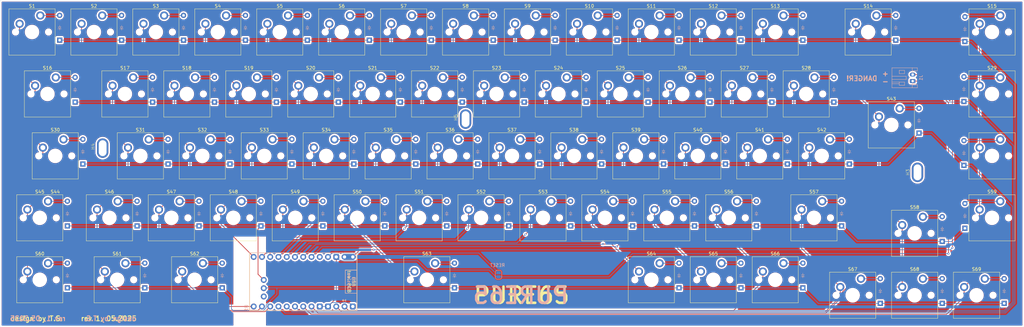
<source format=kicad_pcb>
(kicad_pcb (version 20241229) (generator "pcbnew") (generator_version "9.0")
  (layers (0 "F.Cu" signal) (2 "B.Cu" signal) (13 "F.Paste" user) (15 "B.Paste" user) (5 "F.SilkS" user "F.Silkscreen") (7 "B.SilkS" user "B.Silkscreen") (1 "F.Mask" user) (3 "B.Mask" user) (25 "Edge.Cuts" user))
  (net 0 "")
  (net 1 "Net-(D1-A)")
  (net 2 "Row 0")
  (net 3 "Net-(D2-A)")
  (net 4 "Net-(D3-A)")
  (net 5 "Net-(D4-A)")
  (net 6 "Net-(D5-A)")
  (net 7 "Net-(D6-A)")
  (net 8 "Net-(D7-A)")
  (net 9 "Net-(D8-A)")
  (net 10 "Net-(D9-A)")
  (net 11 "Net-(D10-A)")
  (net 12 "Net-(D11-A)")
  (net 13 "Net-(D12-A)")
  (net 14 "Net-(D13-A)")
  (net 15 "Net-(D14-A)")
  (net 16 "Net-(D15-A)")
  (net 17 "Row 1")
  (net 18 "Net-(D16-A)")
  (net 19 "Net-(D17-A)")
  (net 20 "Net-(D18-A)")
  (net 21 "Net-(D19-A)")
  (net 22 "Net-(D20-A)")
  (net 23 "Net-(D21-A)")
  (net 24 "Net-(D22-A)")
  (net 25 "Net-(D23-A)")
  (net 26 "Net-(D24-A)")
  (net 27 "Net-(D25-A)")
  (net 28 "Net-(D26-A)")
  (net 29 "Net-(D27-A)")
  (net 30 "Net-(D28-A)")
  (net 31 "Net-(D29-A)")
  (net 32 "Net-(D30-A)")
  (net 33 "Row 2")
  (net 34 "Net-(D31-A)")
  (net 35 "Net-(D32-A)")
  (net 36 "Net-(D33-A)")
  (net 37 "Net-(D34-A)")
  (net 38 "Net-(D35-A)")
  (net 39 "Net-(D36-A)")
  (net 40 "Net-(D37-A)")
  (net 41 "Net-(D38-A)")
  (net 42 "Net-(D39-A)")
  (net 43 "Net-(D40-A)")
  (net 44 "Net-(D41-A)")
  (net 45 "Net-(D42-A)")
  (net 46 "Net-(D43-A)")
  (net 47 "Net-(D44-A)")
  (net 48 "Row 3")
  (net 49 "Net-(D45-A)")
  (net 50 "Net-(D46-A)")
  (net 51 "Net-(D47-A)")
  (net 52 "Net-(D48-A)")
  (net 53 "Net-(D49-A)")
  (net 54 "Net-(D50-A)")
  (net 55 "Net-(D51-A)")
  (net 56 "Net-(D52-A)")
  (net 57 "Net-(D53-A)")
  (net 58 "Net-(D54-A)")
  (net 59 "Net-(D55-A)")
  (net 60 "Net-(D56-A)")
  (net 61 "Net-(D57-A)")
  (net 62 "Net-(D58-A)")
  (net 63 "Net-(D59-A)")
  (net 64 "Row 4")
  (net 65 "Net-(D60-A)")
  (net 66 "Net-(D61-A)")
  (net 67 "Net-(D62-A)")
  (net 68 "Net-(D63-A)")
  (net 69 "Net-(D64-A)")
  (net 70 "Net-(D65-A)")
  (net 71 "Net-(D66-A)")
  (net 72 "Net-(D67-A)")
  (net 73 "Net-(D68-A)")
  (net 74 "Net-(D69-A)")
  (net 75 "VCC")
  (net 76 "BAT")
  (net 77 "RST")
  (net 78 "C0")
  (net 79 "GND")
  (net 80 "LED")
  (net 81 "C1")
  (net 82 "C2")
  (net 83 "C3")
  (net 84 "C4")
  (net 85 "C5")
  (net 86 "C6")
  (net 87 "C7")
  (net 88 "C8")
  (net 89 "C9")
  (net 90 "C10")
  (net 91 "C11")
  (net 92 "C12")
  (net 93 "C13")
  (net 94 "C14")
  (footprint "ScottoKeebs_MX:MX_PCB_1.00u" (layer "F.Cu") (at 333.375 57.15)
    (property "Reference" "S29")
    (property "Value" "Keyswitch")
  )
  (footprint "ScottoKeebs_MX:MX_PCB_1.00u" (layer "F.Cu") (at 161.925 57.15)
    (property "Reference" "S22")
    (property "Value" "Keyswitch")
  )
  (footprint "ScottoKeebs_MX:MX_PCB_1.00u" (layer "F.Cu") (at 57.15 38.1)
    (property "Reference" "S2")
    (property "Value" "Keyswitch")
  )
  (footprint "ScottoKeebs_MX:MX_PCB_1.00u" (layer "F.Cu") (at 100.0125 95.25)
    (property "Reference" "S48")
    (property "Value" "Keyswitch")
  )
  (footprint "ScottoKeebs_MX:MX_PCB_1.25u" (layer "F.Cu") (at 40.48125 114.3)
    (property "Reference" "S60")
    (property "Value" "Keyswitch")
  )
  (footprint "ScottoKeebs_MX:MX_PCB_1.00u" (layer "F.Cu") (at 142.875 57.15)
    (property "Reference" "S21")
    (property "Value" "Keyswitch")
  )
  (footprint "ScottoKeebs_MX:MX_PCB_1.00u" (layer "F.Cu") (at 166.6875 76.2)
    (property "Reference" "S36")
    (property "Value" "Keyswitch")
  )
  (footprint "ScottoKeebs_MX:MX_PCB_1.00u" (layer "F.Cu") (at 214.3125 95.25)
    (property "Reference" "S54")
    (property "Value" "Keyswitch")
  )
  (footprint "ScottoKeebs_MX:MX_PCB_1.00u" (layer "F.Cu") (at 333.375 95.25)
    (property "Reference" "S59")
    (property "Value" "Keyswitch")
  )
  (footprint "ScottoKeebs_MX:MX_PCB_1.00u" (layer "F.Cu") (at 123.825 57.15)
    (property "Reference" "S20")
    (property "Value" "Keyswitch")
  )
  (footprint "ScottoKeebs_MX:MX_PCB_1.00u" (layer "F.Cu") (at 223.8375 76.2)
    (property "Reference" "S39")
    (property "Value" "Keyswitch")
  )
  (footprint "ScottoKeebs_MX:MX_PCB_1.25u" (layer "F.Cu") (at 40.48125 95.25)
    (property "Reference" "S45")
    (property "Value" "Keyswitch")
  )
  (footprint "ScottoKeebs_MX:MX_PCB_1.00u" (layer "F.Cu") (at 66.675 57.15)
    (property "Reference" "S17")
    (property "Value" "Keyswitch")
  )
  (footprint "ScottoKeebs_MX:MX_PCB_1.75u" (layer "F.Cu") (at 278.60625 95.25)
    (property "Reference" "S57")
    (property "Value" "Keyswitch")
  )
  (footprint "ScottoKeebs_Miscellaneous:Mounting_Hole Pad" (layer "F.Cu") (at 59.828856 73.818688 90)
    (property "Reference" "H4")
    (property "Value" "Mounting_Hole" (hide yes))
  )
  (footprint "ScottoKeebs_MX:MX_PCB_1.50u" (layer "F.Cu") (at 42.8625 57.15)
    (property "Reference" "S16")
    (property "Value" "Keyswitch")
  )
  (footprint "ScottoKeebs_MX:MX_PCB_1.00u" (layer "F.Cu") (at 247.65 114.3)
    (property "Reference" "S65")
    (property "Value" "Keyswitch")
  )
  (footprint "ScottoKeebs_MX:MX_PCB_1.25u" (layer "F.Cu") (at 88.10625 114.3)
    (property "Reference" "S62")
    (property "Value" "Keyswitch")
  )
  (footprint "ScottoKeebs_MX:MX_PCB_1.75u" (layer "F.Cu") (at 45.24375 76.2)
    (property "Reference" "S30")
    (property "Value" "Keyswitch")
  )
  (footprint "ScottoKeebs_MX:MX_PCB_1.00u" (layer "F.Cu") (at 333.375 76.2)
    (property "Reference" "S44")
    (property "Value" "Keyswitch")
  )
  (footprint "ScottoKeebs_MX:MX_PCB_1.00u" (layer "F.Cu") (at 104.775 57.15)
    (property "Reference" "S19")
    (property "Value" "Keyswitch")
  )
  (footprint "ScottoKeebs_MX:MX_PCB_1.00u" (layer "F.Cu") (at 114.3 38.1)
    (property "Reference" "S5")
    (property "Value" "Keyswitch")
  )
  (footprint "ScottoKeebs_MX:MX_PCB_1.00u" (layer "F.Cu") (at 242.8875 76.2)
    (property "Reference" "S40")
    (property "Value" "Keyswitch")
  )
  (footprint "ScottoKeebs_MX:MX_PCB_1.00u" (layer "F.Cu") (at 152.4 38.1)
    (property "Reference" "S7")
    (property "Value" "Keyswitch")
  )
  (footprint "ScottoKeebs_MX:MX_PCB_1.00u" (layer "F.Cu") (at 219.075 57.15)
    (property "Reference" "S25")
    (property "Value" "Keyswitch")
  )
  (footprint "ScottoKeebs_MX:MX_PCB_1.00u" (layer "F.Cu") (at 257.175 57.15)
    (property "Reference" "S27")
    (property "Value" "Keyswitch")
  )
  (footprint "ScottoKeebs_MX:MX_PCB_6.25u" (layer "F.Cu") (at 159.54375 114.3)
    (property "Reference" "S63")
    (property "Value" "Keyswitch")
  )
  (footprint "ScottoKeebs_MX:MX_PCB_1.00u" (layer "F.Cu") (at 180.975 57.15)
    (property "Reference" "S23")
    (property "Value" "Keyswitch")
  )
  (footprint "ScottoKeebs_MX:MX_PCB_1.00u" (layer "F.Cu") (at 290.5125 119.0625)
    (property "Reference" "S67")
    (property "Value" "Keyswitch")
  )
  (footprint "ScottoKeebs_MX:MX_PCB_1.00u" (layer "F.Cu") (at 233.3625 95.25)
    (property "Reference" "S55")
    (property "Value" "Keyswitch")
  )
  (footprint "ScottoKeebs_MX:MX_PCB_1.00u" (layer "F.Cu") (at 147.6375 76.2)
    (property "Reference" "S35")
    (property "Value" "Keyswitch")
  )
  (footprint "ScottoKeebs_MX:MX_PCB_1.00u" (layer "F.Cu") (at 328.6125 119.0625)
    (property "Reference" "S69")
    (property "Value" "Keyswitch")
  )
  (footprint "ScottoKeebs_MX:MX_PCB_1.00u" (layer "F.Cu") (at 95.25 38.1)
    (property "Reference" "S4")
    (property "Value" "Keyswitch")
  )
  (footprint "ScottoKeebs_MX:MX_PCB_1.00u" (layer "F.Cu") (at 128.5875 76.2)
    (property "Reference" "S34")
    (property "Value" "Keyswitch")
  )
  (footprint "ScottoKeebs_MX:MX_PCB_1.00u" (layer "F.Cu") (at 133.35 38.1)
    (property "Reference" "S6")
    (property "Value" "Keyswitch")
  )
  (footprint "ScottoKeebs_MX:MX_PCB_1.00u" (layer "F.Cu") (at 195.2625 95.25)
    (property "Reference" "S53")
    (property "Value" "Keyswitch")
  )
  (footprint "ScottoKeebs_MX:MX_PCB_1.00u" (layer "F.Cu") (at 138.1125 95.25)
    (property "Reference" "S50")
    (property "Value" "Keyswitch")
  )
  (footprint "ScottoKeebs_MX:MX_PCB_1.00u" (layer "F.Cu") (at 280.9875 76.2)
    (property "Reference" "S42")
    (property "Value" "Keyswitch")
  )
  (footprint "ScottoKeebs_MX:MX_PCB_1.00u" (layer "F.Cu") (at 176.2125 95.25)
    (property "Reference" "S52")
    (property "Value" "Keyswitch")
  )
  (footprint "ScottoKeebs_MX:MX_PCB_1.00u" (layer "F.Cu") (at 38.1 38.1)
    (property "Reference" "S1")
    (property "Value" "Keyswitch")
  )
  (footprint "ScottoKeebs_MX:MX_PCB_1.00u" (layer "F.Cu") (at 90.4875 76.2)
    (property "Reference" "S32")
    (property "Value" "Keyswitch")
  )
  (footprint "ScottoKeebs_MX:MX_PCB_1.00u" (layer "F.Cu") (at 252.4125 95.25)
    (property "Reference" "S56")
    (property "Value" "Keyswitch")
  )
  (footprint "ScottoKeebs_MX:MX_PCB_1.00u" (layer "F.Cu") (at 61.9125 95.25)
    (property "Reference" "S46")
    (property "Value" "Keyswitch")
  )
  (footprint "ScottoKeebs_MX:MX_PCB_2.00u" (layer "F.Cu") (at 295.275 38.1)
    (property "Reference" "S14")
    (property "Value" "Keyswitch")
  )
  (footprint "ScottoKeebs_MX:MX_PCB_1.00u" (layer "F.Cu") (at 190.5 38.1)
    (property "Reference" "S9")
    (property "Value" "Keyswitch")
  )
  (footprint "ScottoKeebs_MX:MX_PCB_1.00u" (layer "F.Cu") (at 204.7875 76.2)
    (property "Reference" "S38")
    (property "Value" "Keyswitch")
  )
  (footprint "ScottoKeebs_MX:MX_PCB_1.00u" (layer "F.Cu") (at 228.6 38.1)
    (property "Reference" "S11")
    (property "Value" "Keyswitch")
  )
  (footprint "ScottoKeebs_MX:MX_PCB_1.00u" (layer "F.Cu") (at 71.4375 76.2)
    (property "Reference" "S31")
    (property "Value" "Keyswitch")
  )
  (footprint "ScottoKeebs_Miscellaneous:Mounting_Hole Pad" (layer "F.Cu") (at 171.449856 64.889008 90)
    (property "Reference" "H5")
    (property "Value" "Mounting_Hole" (hide yes))
  )
  (footprint "ScottoKeebs_MX:MX_PCB_1.00u" (layer "F.Cu") (at 333.375 38.1)
    (property "Reference" "S15")
    (property "Value" "Keyswitch")
  )
  (footprint "ScottoKeebs_MX:MX_PCB_1.00u" (layer "F.Cu") (at 119.0625 95.25)
    (property "Reference" "S49")
    (property "Value" "Keyswitch")
  )
  (footprint "ScottoKeebs_MX:MX_PCB_1.00u" (layer "F.Cu") (at 247.65 38.1)
    (property "Reference" "S12")
    (property "Value" "Keyswitch")
  )
  (footprint "ScottoKeebs_MX:MX_PCB_1.25u" (layer "F.Cu") (at 64.29375 114.3)
    (property "Reference" "S61")
    (property "Value" "Keyswitch")
  )
  (footprint "ScottoKeebs_MX:MX_PCB_1.00u" (layer "F.Cu") (at 171.45 38.1)
    (property "Reference" "S8")
    (property "Value" "Keyswitch")
  )
  (footprint "ScottoKeebs_MX:MX_PCB_1.00u" (layer "F.Cu") (at 228.6 114.3)
    (property "Reference" "S64")
    (property "Value" "Keyswitch")
  )
  (footprint "ScottoKeebs_MX:MX_PCB_1.00u" (layer "F.Cu") (at 76.2 38.1)
    (property "Reference" "S3")
    (property "Value" "Keyswitch")
  )
  (footprint "ScottoKeebs_MX:MX_PCB_1.00u" (layer "F.Cu") (at 157.1625 95.25)
    (property "Reference" "S51")
    (property "Value" "Keyswitch")
  )
  (footprint "ScottoKeebs_MX:MX_PCB_1.00u" (layer "F.Cu") (at 309.5625 100.0125)
    (property "Reference" "S58")
    (property "Value" "Keyswitch")
  )
  (footprint "ScottoKeebs_MX:MX_PCB_1.00u" (layer "F.Cu") (at 200.025 57.15)
    (property "Reference" "S24")
    (property "Value" "Keyswitch")
  )
  (footprint "ScottoKeebs_MX:MX_PCB_ISOEnter" (layer "F.Cu") (at 302.41875 66.675)
    (property "Reference" "S43")
    (property "Value" "Keyswitch")
  )
  (footprint "ScottoKeebs_Miscellaneous:Mounting_Hole Pad" (layer "F.Cu") (at 310.455208 81.260088 90)
    (property "Reference" "H3")
    (property "Value" "Mounting_Hole" (hide yes))
  )
  (footprint "ScottoKeebs_MX:MX_PCB_1.00u" (layer "F.Cu") (at 209.55 38.1)
    (property "Reference" "S10")
    (property "Value" "Keyswitch")
  )
  (footprint "ScottoKeebs_MX:MX_PCB_1.00u" (layer "F.Cu") (at 80.9625 95.25)
    (property "Reference" "S47")
    (property "Value" "Keyswitch")
  )
  (footprint "ScottoKeebs_MX:MX_PCB_1.00u" (layer "F.Cu") (at 85.725 57.15)
    (property "Reference" "S18")
    (property "Value" "Keyswitch")
  )
  (footprint "ScottoKeebs_MX:MX_PCB_1.00u" (layer "F.Cu") (at 261.9375 76.2)
    (property "Reference" "S41")
    (property "Value" "Keyswitch")
  )
  (footprint "ScottoKeebs_MX:MX_PCB_1.00u" (layer "F.Cu") (at 238.125 57.15)
    (property "Reference" "S26")
    (property "Value" "Keyswitch")
  )
  (footprint "ScottoKeebs_MX:MX_PCB_1.00u" (layer "F.Cu") (at 309.5625 119.0625)
    (property "Reference" "S68")
    (property "Value" "Keyswitch")
  )
  (footprint "ScottoKeebs_MX:MX_PCB_1.00u" (layer "F.Cu") (at 276.225 57.15)
    (property "Reference" "S28")
    (property "Value" "Keyswitch")
  )
  (footprint "ScottoKeebs_MX:MX_PCB_1.00u" (layer "F.Cu") (at 266.7 38.1)
    (property "Reference" "S13")
    (property "Value" "Keyswitch")
  )
  (footprint "ScottoKeebs_MX:MX_PCB_1.00u" (layer "F.Cu") (at 185.7375 76.2)
    (property "Reference" "S37")
    (property "Value" "Keyswitch")
  )
  (footprint "ScottoKeebs_MX:MX_PCB_1.00u" (layer "F.Cu") (at 266.7 114.3)
    (property "Reference" "S66")
    (property "Value" "Keyswitch")
  )
  (footprint "ScottoKeebs_MX:MX_PCB_1.00u" (layer "F.Cu") (at 109.5375 76.2)
    (property "Reference" "S33")
    (property "Value" "Keyswitch")
  )
  (footprint "scotto components:Diode_DO-35" (layer "B.Cu") (at 260.9125 97.75 90)
    (property "Reference" "D56" (hide yes))
    (property "Value" "Diode" (hide yes))
  )
  (footprint "scotto components:Diode_DO-35" (layer "B.Cu") (at 270.4375 78.7 90)
    (property "Reference" "D41" (hide yes))
    (property "Value" "Diode" (hide yes))
  )
  (footprint "scotto components:Diode_DO-35" (layer "B.Cu") (at 213.2875 78.7 90)
    (property "Reference" "D38" (hide yes))
    (property "Value" "Diode" (hide yes))
  )
  (footprint "scotto components:Diode_DO-35" (layer "B.Cu") (at 256.15 116.8 90)
    (property "Reference" "D65" (hide yes))
    (property "Value" "Diode" (hide yes))
  )
  (footprint "scotto components:Diode_DO-35" (layer "B.Cu") (at 310.91875 69.175 90)
    (property "Reference" "D43" (hide yes))
    (property "Value" "Diode" (hide yes))
  )
  (footprint "scotto components:Diode_DO-35" (layer "B.Cu") (at 127.5625 97.75 90)
    (property "Reference" "D49" (hide yes))
    (property "Value" "Diode" (hide yes))
  )
  (footprint "scotto components:Diode_DO-35" (layer "B.Cu") (at 48.98125 116.8 90)
    (property "Reference" "D60" (hide yes))
    (property "Value" "Diode" (hide yes))
  )
  (footprint "scotto components:Diode_DO-35" (layer "B.Cu") (at 113.275 59.65 90)
    (property "Reference" "D19" (hide yes))
    (property "Value" "Diode" (hide yes))
  )
  (footprint "scotto components:Diode_DO-35" (layer "B.Cu") (at 72.79375 116.8 90)
    (property "Reference" "D61" (hide yes))
    (property "Value" "Diode" (hide yes))
  )
  (footprint "scotto components:Diode_DO-35" (layer "B.Cu") (at 96.60625 116.8 90)
    (property "Reference" "D62" (hide yes))
    (property "Value" "Diode" (hide yes))
  )
  (footprint "scotto components:Diode_DO-35" (layer "B.Cu") (at 237.1 40.6 90)
    (property "Reference" "D11" (hide yes))
    (property "Value" "Diode" (hide yes))
  )
  (footprint "scotto components:Diode_DO-35" (layer "B.Cu") (at 265.675 59.65 90)
    (property "Reference" "D27" (hide yes))
    (property "Value" "Diode" (hide yes))
  )
  (footprint "scotto components:Diode_DO-35" (layer "B.Cu") (at 194.2375 78.7 90)
    (property "Reference" "D37" (hide yes))
    (property "Value" "Diode" (hide yes))
  )
  (footprint "scotto components:Diode_DO-35" (layer "B.Cu") (at 98.9875 78.7 90)
    (property "Reference" "D32" (hide yes))
    (property "Value" "Diode" (hide yes))
  )
  (footprint "scotto components:Diode_DO-35" (layer "B.Cu") (at 303.775 40.6 90)
    (property "Reference" "D14" (hide yes))
    (property "Value" "Diode" (hide yes))
  )
  (footprint "Connector_JST:JST_PH_S2B-PH-K_1x02_P2.00mm_Horizontal" (layer "B.Cu") (at 308.966928 53.196832 90)
    (property "Reference" "J1")
    (property "Value" "BAT")
  )
  (footprint "scotto components:Diode_DO-35" (layer "B.Cu") (at 251.3875 78.7 90)
    (property "Reference" "D40" (hide yes))
    (property "Value" "Diode" (hide yes))
  )
  (footprint "scotto components:Diode_DO-35" (layer "B.Cu") (at 118.0375 78.7 90)
    (property "Reference" "D33" (hide yes))
    (property "Value" "Diode" (hide yes))
  )
  (footprint "scotto components:Diode_DO-35" (layer "B.Cu") (at 199 40.6 90)
    (property "Reference" "D9" (hide yes))
    (property "Value" "Diode" (hide yes))
  )
  (footprint "scotto components:Diode_DO-35" (layer "B.Cu") (at 241.8625 97.75 90)
    (property "Reference" "D55" (hide yes))
    (property "Value" "Diode" (hide yes))
  )
  (footprint "scotto components:Diode_DO-35" (layer "B.Cu") (at 275.2 40.6 90)
    (property "Reference" "D13" (hide yes))
    (property "Value" "Diode" (hide yes))
  )
  (footprint "scotto components:Diode_DO-35" (layer "B.Cu") (at 84.7 40.6 90)
    (property "Reference" "D3" (hide yes))
    (property "Value" "Diode" (hide yes))
  )
  (footprint "scotto components:Diode_DO-35" (layer "B.Cu") (at 70.4125 97.75 90)
    (property "Reference" "D46" (hide yes))
    (property "Value" "Diode" (hide yes))
  )
  (footprint "scotto components:Diode_DO-35" (layer "B.Cu") (at 156.1375 78.7 90)
    (property "Reference" "D35" (hide yes))
    (property "Value" "Diode" (hide yes))
  )
  (footprint "scotto components:Diode_DO-35" (layer "B.Cu") (at 208.525 59.65 90)
    (property "Reference" "D24" (hide yes))
    (property "Value" "Diode" (hide yes))
  )
  (footprint "scotto components:Diode_DO-35" (layer "B.Cu") (at 324.742696 59.471672 90)
    (property "Reference" "D29" (hide yes))
    (property "Value" "Diode" (hide yes))
  )
  (footprint "scotto components:Diode_DO-35" (layer "B.Cu") (at 324.742696 79.116968 90)
    (property "Reference" "D44" (hide yes))
    (property "Value" "Diode" (hide yes))
  )
  (footprint "scotto components:Diode_DO-35" (layer "B.Cu") (at 46.6 40.6 90)
    (property "Reference" "D1" (hide yes))
    (property "Value" "Diode" (hide yes))
  )
  (footprint "scotto components:Diode_DO-35" (layer "B.Cu") (at 108.5125 97.75 90)
    (property "Reference" "D48" (hide yes))
    (property "Value" "Diode" (hide yes))
  )
  (footprint "scotto components:Diode_DO-35" (layer "B.Cu") (at 256.15 40.6 90)
    (property "Reference" "D12" (hide yes))
    (property "Value" "Diode" (hide yes))
  )
  (footprint "scotto components:Diode_DO-35" (layer "B.Cu") (at 122.8 40.6 90)
    (property "Reference" "D5" (hide yes))
    (property "Value" "Diode" (hide yes))
  )
  (footprint "scotto components:Diode_DO-35" (layer "B.Cu") (at 103.75 40.6 90)
    (property "Reference" "D4" (hide yes))
    (property "Value" "Diode" (hide yes))
  )
  (footprint "scotto components:Diode_DO-35" (layer "B.Cu") (at 175.1875 78.7 90)
    (property "Reference" "D36" (hide yes))
    (property "Value" "Diode" (hide yes))
  )
  (footprint "scotto components:Diode_DO-35" (layer "B.Cu") (at 65.65 40.6 90)
    (property "Reference" "D2" (hide yes))
    (property "Value" "Diode" (hide yes))
  )
  (footprint "scotto components:Diode_DO-35" (layer "B.Cu") (at 325.040352 98.464608 90)
    (property "Reference" "D59" (hide yes))
    (property "Value" "Diode" (hide yes))
  )
  (footprint "scotto components:Diode_DO-35" (layer "B.Cu") (at 337.1125 121.5625 90)
    (property "Reference" "D69" (hide yes))
    (property "Value" "Diode" (hide yes))
  )
  (footprint "scotto components:Diode_DO-35" (layer "B.Cu") (at 218.05 40.6 90)
    (property "Reference" "D10" (hide yes))
    (property "Value" "Diode" (hide yes))
  )
  (footprint "scotto components:Diode_DO-35" (layer "B.Cu") (at 184.7125 97.75 90)
    (property "Reference" "D52" (hide yes))
    (property "Value" "Diode" (hide yes))
  )
  (footprint "Jumper:SolderJumper-2_P1.3mm_Open_RoundedPad1.0x1.5mm" (layer "B.Cu") (at 181.57016 112.756936 -90)
    (property "Reference" "RESET")
    (property "Value" "SolderJumper_2_Open")
  )
  (footprint "scotto components:Diode_DO-35" (layer "B.Cu") (at 151.375 59.65 90)
    (property "Reference" "D21" (hide yes))
    (property "Value" "Diode" (hide yes))
  )
  (footprint "scotto components:Diode_DO-35" (layer "B.Cu") (at 299.0125 121.5625 90)
    (property "Reference" "D67" (hide yes))
    (property "Value" "Diode" (hide yes))
  )
  (footprint "scotto components:Diode_DO-35" (layer "B.Cu") (at 79.9375 78.7 90)
    (property "Reference" "D31" (hide yes))
    (property "Value" "Diode" (hide yes))
  )
  (footprint "scotto components:Diode_DO-35" (layer "B.Cu") (at 146.6125 97.75 90)
    (property "Reference" "D50" (hide yes))
    (property "Value" "Diode" (hide yes))
  )
  (footprint "scotto components:Diode_DO-35" (layer "B.Cu") (at 318.0625 121.5625 90)
    (property "Reference" "D68" (hide yes))
    (property "Value" "Diode" (hide yes))
  )
  (footprint "scotto components:Diode_DO-35" (layer "B.Cu") (at 246.625 59.65 90)
    (property "Reference" "D26" (hide yes))
    (property "Value" "Diode" (hide yes))
  )
  (footprint "scotto components:Diode_DO-35" (layer "B.Cu") (at 289.4875 78.7 90)
    (property "Reference" "D42" (hide yes))
    (property "Value" "Diode" (hide yes))
  )
  (footprint "scotto components:Diode_DO-35" (layer "B.Cu") (at 275.2 116.8 90)
    (property "Reference" "D66" (hide yes))
    (property "Value" "Diode" (hide yes))
  )
  (footprint "scotto components:Diode_DO-35" (layer "B.Cu") (at 51.3625 59.65 90)
    (property "Reference" "D16" (hide yes))
    (property "Value" "Diode" (hide yes))
  )
  (footprint "scotto components:Diode_DO-35" (layer "B.Cu") (at 222.8125 97.75 90)
    (property "Reference" "D54" (hide yes))
    (property "Value" "Diode" (hide yes))
  )
  (footprint "scotto components:Diode_DO-35" (layer "B.Cu") (at 179.95 40.6 90)
    (property "Reference" "D8" (hide yes))
    (property "Value" "Diode" (hide yes))
  )
  (footprint "scotto components:Diode_DO-35" (layer "B.Cu") (at 170.425 59.65 90)
    (property "Reference" "D22" (hide yes))
    (property "Value" "Diode" (hide yes))
  )
  (footprint "scotto components:Diode_DO-35" (layer "B.Cu") (at 141.85 40.6 90)
    (property "Reference" "D6" (hide yes))
    (property "Value" "Diode" (hide yes))
  )
  (footprint "scotto components:Diode_DO-35" (layer "B.Cu") (at 165.6625 97.75 90)
    (property "Reference" "D51" (hide yes))
    (property "Value" "Diode" (hide yes))
  )
  (footprint "scotto components:Diode_DO-35" (layer "B.Cu") (at 325.040352 41.017 90)
    (property "Reference" "D15" (hide yes))
    (property "Value" "Diode" (hide yes))
  )
  (footprint "PCM_marbastlib-xp-promicroish:SuperMini_nRF52840_AH_Reversible" (layer "B.Cu") (at 120.253125 114.895216 90)
    (property "Reference" "U1")
    (property "Value" "SuperMini nRF52840")
  )
  (footprint "scotto components:Diode_DO-35" (layer "B.Cu") (at 48.98125 97.75 90)
    (property "Reference" "D45" (hide yes))
    (property "Value" "Diode" (hide yes))
  )
  (footprint "scotto components:Diode_DO-35" (layer "B.Cu") (at 318.0625 102.5125 90)
    (property "Reference" "D58" (hide yes))
    (property "Value" "Diode" (hide yes))
  )
  (footprint "scotto components:Diode_DO-35" (layer "B.Cu") (at 237.1 116.8 90)
    (property "Reference" "D64" (hide yes))
    (property "Value" "Diode" (hide yes))
  )
  (footprint "scotto components:Diode_DO-35" (layer "B.Cu") (at 75.175 59.65 90)
    (property "Reference" "D17" (hide yes))
    (property "Value" "Diode" (hide yes))
  )
  (footprint "scotto components:Diode_DO-35" (layer "B.Cu") (at 137.0875 78.7 90)
    (property "Reference" "D34" (hide yes))
    (property "Value" "Diode" (hide yes))
  )
  (footprint "scotto components:Diode_DO-35" (layer "B.Cu") (at 284.725 59.65 90)
    (property "Reference" "D28" (hide yes))
    (property "Value" "Diode" (hide yes))
  )
  (footprint "scotto components:Diode_DO-35" (layer "B.Cu") (at 203.7625 97.75 90)
    (property "Reference" "D53" (hide yes))
    (property "Value" "Diode" (hide yes))
  )
  (footprint "scotto components:Diode_DO-35" (layer "B.Cu") (at 132.325 59.65 90)
    (property "Reference" "D20" (hide yes))
    (property "Value" "Diode" (hide yes))
  )
  (footprint "scotto components:Diode_DO-35" (layer "B.Cu") (at 227.575 59.65 90)
    (property "Reference" "D25" (hide yes))
    (property "Value" "Diode" (hide yes))
  )
  (footprint "scotto components:Diode_DO-35" (layer "B.Cu") (at 160.9 40.6 90)
    (property "Reference" "D7" (hide yes))
    (property "Value" "Diode" (hide yes))
  )
  (footprint "scotto components:Diode_DO-35" (layer "B.Cu") (at 287.10625 97.75 90)
    (property "Reference" "D57" (hide yes))
    (property "Value" "Diode" (hide yes))
  )
  (footprint "scotto components:Diode_DO-35" (layer "B.Cu") (at 89.4625 97.75 90)
    (property "Reference" "D47" (hide yes))
    (property "Value" "Diode" (hide yes))
  )
  (footprint "scotto components:Diode_DO-35" (layer "B.Cu") (at 94.225 59.65 90)
    (property "Reference" "D18" (hide yes))
    (property "Value" "Diode" (hide yes))
  )
  (footprint "scotto components:Diode_DO-35" (layer "B.Cu") (at 189.475 59.65 90)
    (property "Reference" "D23" (hide yes))
    (property "Value" "Diode" (hide yes))
  )
  (footprint "scotto components:Diode_DO-35" (layer "B.Cu") (at 168.04375 116.8 90)
    (property "Reference" "D63" (hide yes))
    (property "Value" "Diode" (hide yes))
  )
  (footprint "scotto components:Diode_DO-35" (layer "B.Cu") (at 53.74375 78.7 90)
    (property "Reference" "D30" (hide yes))
    (property "Value" "Diode" (hide yes))
  )
  (footprint "scotto components:Diode_DO-35" (layer "B.Cu") (at 232.3375 78.7 90)
    (property "Reference" "D39" (hide yes))
    (property "Value" "Diode" (hide yes))
  )
  (gr_rect (start 28.27732 28.27732) (end 343.197368 128.885048) (stroke (width 0.05)) (fill no) (layer "Edge.Cuts"))
  (gr_text "design by T.S." (at 31.25388 127.099112 0) (layer "F.SilkS") (effects (font (size 1.5 1.5) (thickness 0.3) (bold yes)) (justify left bottom)))
  (gr_text "rev 1, 05.2025\n" (at 52.982768 127.099112 0) (layer "F.SilkS") (effects (font (size 1.5 1.5) (thickness 0.3) (bold yes)) (justify left bottom)))
  (gr_text "PURE65" (at 173.533448 122.03896 0) (layer "F.SilkS") (effects (font (size 5 5) (thickness 0.8)) (justify left bottom)))
  (gr_text "rev 1, 05.2025\n" (at 48.627648 127.099112 -0) (layer "B.SilkS") (effects (font (size 1.5 1.5) (thickness 0.3) (bold yes)) (justify left bottom mirror)))
  (gr_text "design by T.S." (at 70.356536 127.099112 -0) (layer "B.SilkS") (effects (font (size 1.5 1.5) (thickness 0.3) (bold yes)) (justify left bottom mirror)))
  (gr_text "PURE65" (at 203.596704 122.03896 -0) (layer "B.SilkS") (effects (font (size 5 5) (thickness 0.8)) (justify left bottom mirror)))
  (gr_text "-" (at 299.441936 54.173392 0) (layer "B.SilkS") (effects (font (size 1.5 1.5) (thickness 0.3) (bold yes)) (justify left bottom)))
  (gr_text "+" (at 299.441936 51.792144 0) (layer "B.SilkS") (effects (font (size 1.5 1.5) (thickness 0.3) (bold yes)) (justify left bottom)))
  (gr_text "DANGER!" (at 298.251312 53.280424 0) (layer "B.SilkS") (effects (font (size 1.5 1.5) (thickness 0.3) (bold yes)) (justify left bottom mirror)))
  (segment (start 40.64 33.02) (end 46.56 33.02) (width 0.2) (layer "B.Cu") (net 1))
  (segment (start 46.56 33.02) (end 46.6 32.98) (width 0.2) (layer "B.Cu") (net 1))
  (segment (start 327.055446 41.017) (end 325.040352 41.017) (width 0.2) (layer "B.Cu") (net 2))
  (segment (start 324.623352 40.6) (end 325.040352 41.017) (width 0.2) (layer "B.Cu") (net 2))
  (segment (start 337.492984 124.518216) (end 340.483 121.5282) (width 0.2) (layer "B.Cu") (net 2))
  (segment (start 113.903125 122.515216) (end 115.906125 124.518216) (width 0.2) (layer "B.Cu") (net 2))
  (segment (start 340.483 54.444554) (end 327.055446 41.017) (width 0.2) (layer "B.Cu") (net 2))
  (segment (start 46.6 40.6) (end 303.775 40.6) (width 0.2) (layer "B.Cu") (net 2))
  (segment (start 303.775 40.6) (end 324.623352 40.6) (width 0.2) (layer "B.Cu") (net 2))
  (segment (start 115.906125 124.518216) (end 337.492984 124.518216) (width 0.2) (layer "B.Cu") (net 2))
  (segment (start 340.483 121.5282) (end 340.483 54.444554) (width 0.2) (layer "B.Cu") (net 2))
  (segment (start 65.61 33.02) (end 65.65 32.98) (width 0.2) (layer "B.Cu") (net 3))
  (segment (start 59.69 33.02) (end 65.61 33.02) (width 0.2) (layer "B.Cu") (net 3))
  (segment (start 78.74 33.02) (end 84.66 33.02) (width 0.2) (layer "B.Cu") (net 4))
  (segment (start 84.66 33.02) (end 84.7 32.98) (width 0.2) (layer "B.Cu") (net 4))
  (segment (start 97.79 33.02) (end 103.71 33.02) (width 0.2) (layer "B.Cu") (net 5))
  (segment (start 103.71 33.02) (end 103.75 32.98) (width 0.2) (layer "B.Cu") (net 5))
  (segment (start 122.76 33.02) (end 122.8 32.98) (width 0.2) (layer "B.Cu") (net 6))
  (segment (start 116.84 33.02) (end 122.76 33.02) (width 0.2) (layer "B.Cu") (net 6))
  (segment (start 141.81 33.02) (end 141.85 32.98) (width 0.2) (layer "B.Cu") (net 7))
  (segment (start 135.89 33.02) (end 141.81 33.02) (width 0.2) (layer "B.Cu") (net 7))
  (segment (start 154.94 33.02) (end 160.86 33.02) (width 0.2) (layer "B.Cu") (net 8))
  (segment (start 160.86 33.02) (end 160.9 32.98) (width 0.2) (layer "B.Cu") (net 8))
  (segment (start 179.91 33.02) (end 179.95 32.98) (width 0.2) (layer "B.Cu") (net 9))
  (segment (start 173.99 33.02) (end 179.91 33.02) (width 0.2) (layer "B.Cu") (net 9))
  (segment (start 193.04 33.02) (end 198.96 33.02) (width 0.2) (layer "B.Cu") (net 10))
  (segment (start 198.96 33.02) (end 199 32.98) (width 0.2) (layer "B.Cu") (net 10))
  (segment (start 218.01 33.02) (end 218.05 32.98) (width 0.2) (layer "B.Cu") (net 11))
  (segment (start 212.09 33.02) (end 218.01 33.02) (width 0.2) (layer "B.Cu") (net 11))
  (segment (start 237.06 33.02) (end 237.1 32.98) (width 0.2) (layer "B.Cu") (net 12))
  (segment (start 231.14 33.02) (end 237.06 33.02) (width 0.2) (layer "B.Cu") (net 12))
  (segment (start 250.19 33.02) (end 256.11 33.02) (width 0.2) (layer "B.Cu") (net 13))
  (segment (start 256.11 33.02) (end 256.15 32.98) (width 0.2) (layer "B.Cu") (net 13))
  (segment (start 275.16 33.02) (end 275.2 32.98) (width 0.2) (layer "B.Cu") (net 14))
  (segment (start 269.24 33.02) (end 275.16 33.02) (width 0.2) (layer "B.Cu") (net 14))
  (segment (start 297.815 33.02) (end 303.735 33.02) (width 0.2) (layer "B.Cu") (net 15))
  (segment (start 303.735 33.02) (end 303.775 32.98) (width 0.2) (layer "B.Cu") (net 15))
  (segment (start 335.915 33.02) (end 325.417352 33.02) (width 0.2) (layer "B.Cu") (net 16))
  (segment (start 325.417352 33.02) (end 325.040352 33.397) (width 0.2) (layer "B.Cu") (net 16))
  (segment (start 324.564368 59.65) (end 324.742696 59.471672) (width 0.2) (layer "B.Cu") (net 17))
  (segment (start 326.460118 59.471672) (end 340.082 73.093554) (width 0.2) (layer "B.Cu") (net 17))
  (segment (start 118.045125 124.117216) (end 116.443125 122.515216) (width 0.2) (layer "B.Cu") (net 17))
  (segment (start 340.082 73.093554) (end 340.082 121.3621) (width 0.2) (layer "B.Cu") (net 17))
  (segment (start 337.326884 124.117216) (end 118.045125 124.117216) (width 0.2) (layer "B.Cu") (net 17))
  (segment (start 284.725 59.65) (end 324.564368 59.65) (width 0.2) (layer "B.Cu") (net 17))
  (segment (start 340.082 121.3621) (end 337.326884 124.117216) (width 0.2) (layer "B.Cu") (net 17))
  (segment (start 51.3625 59.65) (end 284.725 59.65) (width 0.2) (layer "B.Cu") (net 17))
  (segment (start 324.742696 59.471672) (end 326.460118 59.471672) (width 0.2) (layer "B.Cu") (net 17))
  (segment (start 51.3225 52.07) (end 51.3625 52.03) (width 0.2) (layer "B.Cu") (net 18))
  (segment (start 45.4025 52.07) (end 51.3225 52.07) (width 0.2) (layer "B.Cu") (net 18))
  (segment (start 75.135 52.07) (end 75.175 52.03) (width 0.2) (layer "B.Cu") (net 19))
  (segment (start 69.215 52.07) (end 75.135 52.07) (width 0.2) (layer "B.Cu") (net 19))
  (segment (start 94.185 52.07) (end 94.225 52.03) (width 0.2) (layer "B.Cu") (net 20))
  (segment (start 88.265 52.07) (end 94.185 52.07) (width 0.2) (layer "B.Cu") (net 20))
  (segment (start 113.235 52.07) (end 113.275 52.03) (width 0.2) (layer "B.Cu") (net 21))
  (segment (start 107.315 52.07) (end 113.235 52.07) (width 0.2) (layer "B.Cu") (net 21))
  (segment (start 126.365 52.07) (end 132.285 52.07) (width 0.2) (layer "B.Cu") (net 22))
  (segment (start 132.285 52.07) (end 132.325 52.03) (width 0.2) (layer "B.Cu") (net 22))
  (segment (start 151.335 52.07) (end 151.375 52.03) (width 0.2) (layer "B.Cu") (net 23))
  (segment (start 145.415 52.07) (end 151.335 52.07) (width 0.2) (layer "B.Cu") (net 23))
  (segment (start 170.385 52.07) (end 170.425 52.03) (width 0.2) (layer "B.Cu") (net 24))
  (segment (start 164.465 52.07) (end 170.385 52.07) (width 0.2) (layer "B.Cu") (net 24))
  (segment (start 189.435 52.07) (end 189.475 52.03) (width 0.2) (layer "B.Cu") (net 25))
  (segment (start 183.515 52.07) (end 189.435 52.07) (width 0.2) (layer "B.Cu") (net 25))
  (segment (start 208.485 52.07) (end 208.525 52.03) (width 0.2) (layer "B.Cu") (net 26))
  (segment (start 202.565 52.07) (end 208.485 52.07) (width 0.2) (layer "B.Cu") (net 26))
  (segment (start 221.615 52.07) (end 227.535 52.07) (width 0.2) (layer "B.Cu") (net 27))
  (segment (start 227.535 52.07) (end 227.575 52.03) (width 0.2) (layer "B.Cu") (net 27))
  (segment (start 240.665 52.07) (end 246.585 52.07) (width 0.2) (layer "B.Cu") (net 28))
  (segment (start 246.585 52.07) (end 246.625 52.03) (width 0.2) (layer "B.Cu") (net 28))
  (segment (start 259.715 52.07) (end 265.635 52.07) (width 0.2) (layer "B.Cu") (net 29))
  (segment (start 265.635 52.07) (end 265.675 52.03) (width 0.2) (layer "B.Cu") (net 29))
  (segment (start 284.685 52.07) (end 284.725 52.03) (width 0.2) (layer "B.Cu") (net 30))
  (segment (start 278.765 52.07) (end 284.685 52.07) (width 0.2) (layer "B.Cu") (net 30))
  (segment (start 335.915 52.07) (end 324.961024 52.07) (width 0.2) (layer "B.Cu") (net 31))
  (segment (start 324.961024 52.07) (end 324.742696 51.851672) (width 0.2) (layer "B.Cu") (net 31))
  (segment (start 53.70375 71.12) (end 53.74375 71.08) (width 0.2) (layer "B.Cu") (net 32))
  (segment (start 47.78375 71.12) (end 53.70375 71.12) (width 0.2) (layer "B.Cu") (net 32))
  (segment (start 314.800728 69.175) (end 324.742696 79.116968) (width 0.2) (layer "B.Cu") (net 33))
  (segment (start 310.91875 69.175) (end 314.800728 69.175) (width 0.2) (layer "B.Cu") (net 33))
  (segment (start 301.39375 78.7) (end 310.91875 69.175) (width 0.2) (layer "B.Cu") (net 33))
  (segment (start 324.742696 79.116968) (end 327.055414 79.116968) (width 0.2) (layer "B.Cu") (net 33))
  (segment (start 120.184125 123.716216) (end 118.983125 122.515216) (width 0.2) (layer "B.Cu") (net 33))
  (segment (start 53.74375 78.7) (end 289.4875 78.7) (width 0.2) (layer "B.Cu") (net 33))
  (segment (start 337.160784 123.716216) (end 120.184125 123.716216) (width 0.2) (layer "B.Cu") (net 33))
  (segment (start 327.055414 79.116968) (end 339.681 91.742554) (width 0.2) (layer "B.Cu") (net 33))
  (segment (start 289.4875 78.7) (end 301.39375 78.7) (width 0.2) (layer "B.Cu") (net 33))
  (segment (start 339.681 121.196) (end 337.160784 123.716216) (width 0.2) (layer "B.Cu") (net 33))
  (segment (start 339.681 91.742554) (end 339.681 121.196) (width 0.2) (layer "B.Cu") (net 33))
  (segment (start 79.8975 71.12) (end 79.9375 71.08) (width 0.2) (layer "B.Cu") (net 34))
  (segment (start 73.9775 71.12) (end 79.8975 71.12) (width 0.2) (layer "B.Cu") (net 34))
  (segment (start 98.9475 71.12) (end 98.9875 71.08) (width 0.2) (layer "B.Cu") (net 35))
  (segment (start 93.0275 71.12) (end 98.9475 71.12) (width 0.2) (layer "B.Cu") (net 35))
  (segment (start 112.0775 71.12) (end 117.9975 71.12) (width 0.2) (layer "B.Cu") (net 36))
  (segment (start 117.9975 71.12) (end 118.0375 71.08) (width 0.2) (layer "B.Cu") (net 36))
  (segment (start 137.0475 71.12) (end 137.0875 71.08) (width 0.2) (layer "B.Cu") (net 37))
  (segment (start 131.1275 71.12) (end 137.0475 71.12) (width 0.2) (layer "B.Cu") (net 37))
  (segment (start 150.1775 71.12) (end 156.0975 71.12) (width 0.2) (layer "B.Cu") (net 38))
  (segment (start 156.0975 71.12) (end 156.1375 71.08) (width 0.2) (layer "B.Cu") (net 38))
  (segment (start 169.2275 71.12) (end 175.1475 71.12) (width 0.2) (layer "B.Cu") (net 39))
  (segment (start 175.1475 71.12) (end 175.1875 71.08) (width 0.2) (layer "B.Cu") (net 39))
  (segment (start 188.2775 71.12) (end 194.1975 71.12) (width 0.2) (layer "B.Cu") (net 40))
  (segment (start 194.1975 71.12) (end 194.2375 71.08) (width 0.2) (layer "B.Cu") (net 40))
  (segment (start 213.2475 71.12) (end 213.2875 71.08) (width 0.2) (layer "B.Cu") (net 41))
  (segment (start 207.3275 71.12) (end 213.2475 71.12) (width 0.2) (layer "B.Cu") (net 41))
  (segment (start 226.3775 71.12) (end 232.2975 71.12) (width 0.2) (layer "B.Cu") (net 42))
  (segment (start 232.2975 71.12) (end 232.3375 71.08) (width 0.2) (layer "B.Cu") (net 42))
  (segment (start 245.4275 71.12) (end 251.3475 71.12) (width 0.2) (layer "B.Cu") (net 43))
  (segment (start 251.3475 71.12) (end 251.3875 71.08) (width 0.2) (layer "B.Cu") (net 43))
  (segment (start 264.4775 71.12) (end 270.3975 71.12) (width 0.2) (layer "B.Cu") (net 44))
  (segment (start 270.3975 71.12) (end 270.4375 71.08) (width 0.2) (layer "B.Cu") (net 44))
  (segment (start 283.5275 71.12) (end 289.4475 71.12) (width 0.2) (layer "B.Cu") (net 45))
  (segment (start 289.4475 71.12) (end 289.4875 71.08) (width 0.2) (layer "B.Cu") (net 45))
  (segment (start 310.87875 61.595) (end 310.91875 61.555) (width 0.2) (layer "B.Cu") (net 46))
  (segment (start 304.95875 61.595) (end 310.87875 61.595) (width 0.2) (layer "B.Cu") (net 46))
  (segment (start 324.742696 71.496968) (end 335.538032 71.496968) (width 0.2) (layer "B.Cu") (net 47))
  (segment (start 335.538032 71.496968) (end 335.915 71.12) (width 0.2) (layer "B.Cu") (net 47))
  (segment (start 107.622125 112.607096) (end 107.622125 98.640375) (width 0.2) (layer "F.Cu") (net 48))
  (segment (start 109.376845 114.361816) (end 107.622125 112.607096) (width 0.2) (layer "F.Cu") (net 48))
  (segment (start 107.622125 98.640375) (end 108.5125 97.75) (width 0.2) (layer "F.Cu") (net 48))
  (segment (start 318.0625 102.5125) (end 320.99246 102.5125) (width 0.2) (layer "B.Cu") (net 48))
  (segment (start 291.86875 102.5125) (end 318.0625 102.5125) (width 0.2) (layer "B.Cu") (net 48))
  (segment (start 48.98125 97.75) (end 287.10625 97.75) (width 0.2) (layer "B.Cu") (net 48))
  (segment (start 287.10625 97.75) (end 291.86875 102.5125) (width 0.2) (layer "B.Cu") (net 48))
  (segment (start 320.99246 102.5125) (end 325.040352 98.464608) (width 0.2) (layer "B.Cu") (net 48))
  (segment (start 43.02125 90.17) (end 48.94125 90.17) (width 0.2) (layer "B.Cu") (net 49))
  (segment (start 48.94125 90.17) (end 48.98125 90.13) (width 0.2) (layer "B.Cu") (net 49))
  (segment (start 64.4525 90.17) (end 70.3725 90.17) (width 0.2) (layer "B.Cu") (net 50))
  (segment (start 70.3725 90.17) (end 70.4125 90.13) (width 0.2) (layer "B.Cu") (net 50))
  (segment (start 83.5025 90.17) (end 89.4225 90.17) (width 0.2) (layer "B.Cu") (net 51))
  (segment (start 89.4225 90.17) (end 89.4625 90.13) (width 0.2) (layer "B.Cu") (net 51))
  (segment (start 102.5525 90.17) (end 108.4725 90.17) (width 0.2) (layer "B.Cu") (net 52))
  (segment (start 108.4725 90.17) (end 108.5125 90.13) (width 0.2) (layer "B.Cu") (net 52))
  (segment (start 127.5225 90.17) (end 127.5625 90.13) (width 0.2) (layer "B.Cu") (net 53))
  (segment (start 121.6025 90.17) (end 127.5225 90.17) (width 0.2) (layer "B.Cu") (net 53))
  (segment (start 140.6525 90.17) (end 146.5725 90.17) (width 0.2) (layer "B.Cu") (net 54))
  (segment (start 146.5725 90.17) (end 146.6125 90.13) (width 0.2) (layer "B.Cu") (net 54))
  (segment (start 159.7025 90.17) (end 165.6225 90.17) (width 0.2) (layer "B.Cu") (net 55))
  (segment (start 165.6225 90.17) (end 165.6625 90.13) (width 0.2) (layer "B.Cu") (net 55))
  (segment (start 184.6725 90.17) (end 184.7125 90.13) (width 0.2) (layer "B.Cu") (net 56))
  (segment (start 178.7525 90.17) (end 184.6725 90.17) (width 0.2) (layer "B.Cu") (net 56))
  (segment (start 203.7225 90.17) (end 203.7625 90.13) (width 0.2) (layer "B.Cu") (net 57))
  (segment (start 197.8025 90.17) (end 203.7225 90.17) (width 0.2) (layer "B.Cu") (net 57))
  (segment (start 216.8525 90.17) (end 222.7725 90.17) (width 0.2) (layer "B.Cu") (net 58))
  (segment (start 222.7725 90.17) (end 222.8125 90.13) (width 0.2) (layer "B.Cu") (net 58))
  (segment (start 235.9025 90.17) (end 241.8225 90.17) (width 0.2) (layer "B.Cu") (net 59))
  (segment (start 241.8225 90.17) (end 241.8625 90.13) (width 0.2) (layer "B.Cu") (net 59))
  (segment (start 254.9525 90.17) (end 260.8725 90.17) (width 0.2) (layer "B.Cu") (net 60))
  (segment (start 260.8725 90.17) (end 260.9125 90.13) (width 0.2) (layer "B.Cu") (net 60))
  (segment (start 281.14625 90.17) (end 287.06625 90.17) (width 0.2) (layer "B.Cu") (net 61))
  (segment (start 287.06625 90.17) (end 287.10625 90.13) (width 0.2) (layer "B.Cu") (net 61))
  (segment (start 312.1025 94.9325) (end 318.0225 94.9325) (width 0.2) (layer "B.Cu") (net 62))
  (segment (start 318.0225 94.9325) (end 318.0625 94.8925) (width 0.2) (layer "B.Cu") (net 62))
  (segment (start 335.915 90.17) (end 325.71496 90.17) (width 0.2) (layer "B.Cu") (net 63))
  (segment (start 325.71496 90.17) (end 325.040352 90.844608) (width 0.2) (layer "B.Cu") (net 63))
  (segment (start 48.98125 116.8) (end 96.60625 116.8) (width 0.2) (layer "B.Cu") (net 64))
  (segment (start 113.406936 116.8) (end 113.406936 118.772934) (width 0.2) (layer "B.Cu") (net 64))
  (segment (start 168.04375 116.8) (end 237.1 116.8) (width 0.2) (layer "B.Cu") (net 64))
  (segment (start 113.406936 116.8) (end 109.478661 116.8) (width 0.2) (layer "B.Cu") (net 64))
  (segment (start 100.012416 123.824896) (end 99.417104 123.229584) (width 0.2) (layer "B.Cu") (net 64))
  (segment (start 113.406936 118.772934) (end 110.13272 122.04715) (width 0.2) (layer "B.Cu") (net 64))
  (segment (start 109.478661 116.8) (end 109.376845 116.901816) (width 0.2) (layer "B.Cu") (net 64))
  (segment (start 279.9625 121.5625) (end 299.0125 121.5625) (width 0.2) (layer "B.Cu") (net 64))
  (segment (start 237.1 116.8) (end 275.2 116.8) (width 0.2) (layer "B.Cu") (net 64))
  (segment (start 275.2 116.8) (end 279.9625 121.5625) (width 0.2) (layer "B.Cu") (net 64))
  (segment (start 99.417104 123.229584) (end 99.417104 119.610854) (width 0.2) (layer "B.Cu") (net 64))
  (segment (start 299.0125 121.5625) (end 337.1125 121.5625) (width 0.2) (layer "B.Cu") (net 64))
  (segment (start 168.04375 116.8) (end 113.406936 116.8) (width 0.2) (layer "B.Cu") (net 64))
  (segment (start 110.13272 122.904092) (end 109.211916 123.824896) (width 0.2) (layer "B.Cu") (net 64))
  (segment (start 110.13272 122.04715) (end 110.13272 122.904092) (width 0.2) (layer "B.Cu") (net 64))
  (segment (start 99.417104 119.610854) (end 96.60625 116.8) (width 0.2) (layer "B.Cu") (net 64))
  (segment (start 109.211916 123.824896) (end 100.012416 123.824896) (width 0.2) (layer "B.Cu") (net 64))
  (segment (start 43.02125 109.22) (end 48.94125 109.22) (width 0.2) (layer "B.Cu") (net 65))
  (segment (start 48.94125 109.22) (end 48.98125 109.18) (width 0.2) (layer "B.Cu") (net 65))
  (segment (start 66.83375 109.22) (end 72.75375 109.22) (width 0.2) (layer "B.Cu") (net 66))
  (segment (start 72.75375 109.22) (end 72.79375 109.18) (width 0.2) (layer "B.Cu") (net 66))
  (segment (start 96.56625 109.22) (end 96.60625 109.18) (width 0.2) (layer "B.Cu") (net 67))
  (segment (start 90.64625 109.22) (end 96.56625 109.22) (width 0.2) (layer "B.Cu") (net 67))
  (segment (start 162.08375 109.22) (end 168.00375 109.22) (width 0.2) (layer "B.Cu") (net 68))
  (segment (start 168.00375 109.22) (end 168.04375 109.18) (width 0.2) (layer "B.Cu") (net 68))
  (segment (start 237.06 109.22) (end 237.1 109.18) (width 0.2) (layer "B.Cu") (net 69))
  (segment (start 231.14 109.22) (end 237.06 109.22) (width 0.2) (layer "B.Cu") (net 69))
  (segment (start 250.19 109.22) (end 256.11 109.22) (width 0.2) (layer "B.Cu") (net 70))
  (segment (start 256.11 109.22) (end 256.15 109.18) (width 0.2) (layer "B.Cu") (net 70))
  (segment (start 275.16 109.22) (end 275.2 109.18) (width 0.2) (layer "B.Cu") (net 71))
  (segment (start 269.24 109.22) (end 275.16 109.22) (width 0.2) (layer "B.Cu") (net 71))
  (segment (start 298.9725 113.9825) (end 299.0125 113.9425) (width 0.2) (layer "B.Cu") (net 72))
  (segment (start 293.0525 113.9825) (end 298.9725 113.9825) (width 0.2) (layer "B.Cu") (net 72))
  (segment (start 318.0225 113.9825) (end 318.0625 113.9425) (width 0.2) (layer "B.Cu") (net 73))
  (segment (start 312.1025 113.9825) (end 318.0225 113.9825) (width 0.2) (layer "B.Cu") (net 73))
  (segment (start 331.1525 113.9825) (end 337.0725 113.9825) (width 0.2) (layer "B.Cu") (net 74))
  (segment (start 337.0725 113.9825) (end 337.1125 113.9425) (width 0.2) (layer "B.Cu") (net 74))
  (segment (start 138.965773 105.072568) (end 143.172536 105.072568) (width 0.2) (layer "F.Cu") (net 76))
  (segment (start 321.170824 104.477256) (end 321.170824 56.256984) (width 0.2) (layer "F.Cu") (net 76))
  (segment (start 321.170824 56.256984) (end 316.110672 51.196832) (width 0.2) (layer "F.Cu") (net 76))
  (segment (start 316.110672 51.196832) (end 308.966928 51.196832) (width 0.2) (layer "F.Cu") (net 76))
  (segment (start 136.763125 107.275216) (end 138.965773 105.072568) (width 0.2) (layer "F.Cu") (net 76))
  (via (at 321.170824 104.477256) (size 0.6) (drill 0.3) (layers "F.Cu" "B.Cu") (net 76))
  (via (at 143.172536 105.072568) (size 0.6) (drill 0.3) (layers "F.Cu" "B.Cu") (net 76))
  (segment (start 320.575512 105.072568) (end 321.170824 104.477256) (width 0.2) (layer "B.Cu") (net 76))
  (segment (start 143.172536 105.072568) (end 286.940384 105.072568) (width 0.2) (layer "B.Cu") (net 76))
  (segment (start 286.940384 105.072568) (end 320.575512 105.072568) (width 0.2) (layer "B.Cu") (net 76))
  (segment (start 175.53744 106.074216) (end 130.344125 106.074216) (width 0.2) (layer "B.Cu") (net 77))
  (segment (start 181.57016 112.106936) (end 175.53744 106.074216) (width 0.2) (layer "B.Cu") (net 77))
  (segment (start 130.344125 106.074216) (end 129.143125 107.275216) (width 0.2) (layer "B.Cu") (net 77))
  (segment (start 39.0525 54.61) (end 39.0525 71.27875) (width 0.2) (layer "F.Cu") (net 78))
  (segment (start 41.43375 73.66) (end 41.43375 87.9475) (width 0.2) (layer "F.Cu") (net 78))
  (segment (start 46.97365 124.117216) (end 109.761125 124.117216) (width 0.2) (layer "F.Cu") (net 78))
  (segment (start 41.43375 87.9475) (end 36.67125 92.71) (width 0.2) (layer "F.Cu") (net 78))
  (segment (start 39.0525 71.27875) (end 41.43375 73.66) (width 0.2) (layer "F.Cu") (net 78))
  (segment (start 36.67125 113.814816) (end 46.97365 124.117216) (width 0.2) (layer "F.Cu") (net 78))
  (segment (start 34.29 35.56) (end 34.29 49.8475) (width 0.2) (layer "F.Cu") (net 78))
  (segment (start 36.67125 111.76) (end 36.67125 113.814816) (width 0.2) (layer "F.Cu") (net 78))
  (segment (start 109.761125 124.117216) (end 111.363125 122.515216) (width 0.2) (layer "F.Cu") (net 78))
  (segment (start 36.67125 92.71) (end 36.67125 111.76) (width 0.2) (layer "F.Cu") (net 78))
  (segment (start 34.29 49.8475) (end 39.0525 54.61) (width 0.2) (layer "F.Cu") (net 78))
  (segment (start 319.9802 59.828856) (end 313.348176 53.196832) (width 0.2) (layer "F.Cu") (net 79))
  (segment (start 313.348176 53.196832) (end 308.966928 53.196832) (width 0.2) (layer "F.Cu") (net 79))
  (segment (start 319.9802 106.263192) (end 319.9802 59.828856) (width 0.2) (layer "F.Cu") (net 79))
  (segment (start 131.683125 107.275216) (end 131.683125 119.975216) (width 0.2) (layer "F.Cu") (net 79))
  (segment (start 131.683125 119.975216) (end 129.143125 122.515216) (width 0.2) (layer "F.Cu") (net 79))
  (via (at 319.9802 106.263192) (size 0.6) (drill 0.3) (layers "F.Cu" "B.Cu") (net 79))
  (segment (start 181.57016 113.406936) (end 180.81516 113.406936) (width 0.2) (layer "B.Cu") (net 79))
  (segment (start 181.57016 113.406936) (end 215.59181 113.406936) (width 0.2) (layer "B.Cu") (net 79))
  (segment (start 180.81516 113.406936) (end 178.731568 111.323344) (width 0.2) (layer "B.Cu") (net 79))
  (segment (start 215.59181 113.406936) (end 222.735554 106.263192) (width 0.2) (layer "B.Cu") (net 79))
  (segment (start 178.731568 111.323344) (end 159.543616 111.323344) (width 0.2) (layer "B.Cu") (net 79))
  (segment (start 222.735554 106.263192) (end 319.9802 106.263192) (width 0.2) (layer "B.Cu") (net 79))
  (segment (start 156.696488 108.476216) (end 132.884125 108.476216) (width 0.2) (layer "B.Cu") (net 79))
  (segment (start 129.143125 122.515216) (end 130.344125 121.314216) (width 0.2) (layer "B.Cu") (net 79))
  (segment (start 135.562125 121.314216) (end 136.763125 122.515216) (width 0.2) (layer "B.Cu") (net 79))
  (segment (start 130.344125 121.314216) (end 135.562125 121.314216) (width 0.2) (layer "B.Cu") (net 79))
  (segment (start 159.543616 111.323344) (end 156.696488 108.476216) (width 0.2) (layer "B.Cu") (net 79))
  (segment (start 132.884125 108.476216) (end 131.683125 107.275216) (width 0.2) (layer "B.Cu") (net 79))
  (segment (start 126.603125 122.515216) (end 129.143125 122.515216) (width 0.2) (layer "B.Cu") (net 79))
  (segment (start 107.622125 123.716216) (end 108.823125 122.515216) (width 0.2) (layer "F.Cu") (net 81))
  (segment (start 60.48375 113.814816) (end 70.38515 123.716216) (width 0.2) (layer "F.Cu") (net 81))
  (segment (start 53.34 35.56) (end 53.34 45.085) (width 0.2) (layer "F.Cu") (net 81))
  (segment (start 62.865 54.61) (end 62.865 68.8975) (width 0.2) (layer "F.Cu") (net 81))
  (segment (start 62.865 68.8975) (end 67.6275 73.66) (width 0.2) (layer "F.Cu") (net 81))
  (segment (start 60.48375 111.76) (end 60.48375 113.814816) (width 0.2) (layer "F.Cu") (net 81))
  (segment (start 58.1025 92.71) (end 58.1025 109.37875) (width 0.2) (layer "F.Cu") (net 81))
  (segment (start 67.6275 73.66) (end 67.6275 83.185) (width 0.2) (layer "F.Cu") (net 81))
  (segment (start 67.6275 83.185) (end 58.1025 92.71) (width 0.2) (layer "F.Cu") (net 81))
  (segment (start 58.1025 109.37875) (end 60.48375 111.76) (width 0.2) (layer "F.Cu") (net 81))
  (segment (start 53.34 45.085) (end 62.865 54.61) (width 0.2) (layer "F.Cu") (net 81))
  (segment (start 70.38515 123.716216) (end 107.622125 123.716216) (width 0.2) (layer "F.Cu") (net 81))
  (segment (start 72.39 45.085) (end 81.915 54.61) (width 0.2) (layer "F.Cu") (net 82))
  (segment (start 77.1525 92.71) (end 77.1525 104.61625) (width 0.2) (layer "F.Cu") (net 82))
  (segment (start 84.29625 111.76) (end 84.29625 113.814816) (width 0.2) (layer "F.Cu") (net 82))
  (segment (start 72.39 35.56) (end 72.39 45.085) (width 0.2) (layer "F.Cu") (net 82))
  (segment (start 84.29625 113.814816) (end 92.99665 122.515216) (width 0.2) (layer "F.Cu") (net 82))
  (segment (start 77.1525 104.61625) (end 84.29625 111.76) (width 0.2) (layer "F.Cu") (net 82))
  (segment (start 86.6775 73.66) (end 86.6775 83.185) (width 0.2) (layer "F.Cu") (net 82))
  (segment (start 86.6775 83.185) (end 77.1525 92.71) (width 0.2) (layer "F.Cu") (net 82))
  (segment (start 81.915 54.61) (end 81.915 68.8975) (width 0.2) (layer "F.Cu") (net 82))
  (segment (start 92.99665 122.515216) (end 106.283125 122.515216) (width 0.2) (layer "F.Cu") (net 82))
  (segment (start 81.915 68.8975) (end 86.6775 73.66) (width 0.2) (layer "F.Cu") (net 82))
  (segment (start 96.2025 92.71) (end 96.2025 97.194591) (width 0.2) (layer "F.Cu") (net 83))
  (segment (start 96.2025 97.194591) (end 106.283125 107.275216) (width 0.2) (layer "F.Cu") (net 83))
  (segment (start 91.44 45.085) (end 100.965 54.61) (width 0.2) (layer "F.Cu") (net 83))
  (segment (start 100.965 68.8975) (end 105.7275 73.66) (width 0.2) (layer "F.Cu") (net 83))
  (segment (start 91.44 35.56) (end 91.44 45.085) (width 0.2) (layer "F.Cu") (net 83))
  (segment (start 105.7275 83.185) (end 96.2025 92.71) (width 0.2) (layer "F.Cu") (net 83))
  (segment (start 105.7275 73.66) (end 105.7275 83.185) (width 0.2) (layer "F.Cu") (net 83))
  (segment (start 100.965 54.61) (end 100.965 68.8975) (width 0.2) (layer "F.Cu") (net 83))
  (segment (start 110.49 35.56) (end 110.49 45.085) (width 0.2) (layer "F.Cu") (net 84))
  (segment (start 115.2525 92.71) (end 115.2525 100.845841) (width 0.2) (layer "F.Cu") (net 84))
  (segment (start 115.2525 100.845841) (end 108.823125 107.275216) (width 0.2) (layer "F.Cu") (net 84))
  (segment (start 124.7775 73.66) (end 124.7775 83.185) (width 0.2) (layer "F.Cu") (net 84))
  (segment (start 110.49 45.085) (end 120.015 54.61) (width 0.2) (layer "F.Cu") (net 84))
  (segment (start 120.015 68.8975) (end 120.015 54.61) (width 0.2) (layer "F.Cu") (net 84))
  (segment (start 124.7775 83.185) (end 115.2525 92.71) (width 0.2) (layer "F.Cu") (net 84))
  (segment (start 124.7775 73.66) (end 120.015 68.8975) (width 0.2) (layer "F.Cu") (net 84))
  (segment (start 134.3025 94.764816) (end 151.297684 111.76) (width 0.2) (layer "F.Cu") (net 85))
  (segment (start 111.323344 107.235435) (end 111.363125 107.275216) (width 0.2) (layer "F.Cu") (net 85))
  (segment (start 139.065 54.61) (end 139.065 68.8975) (width 0.2) (layer "F.Cu") (net 85))
  (segment (start 111.323344 105.342097) (end 111.323344 107.235435) (width 0.2) (layer "F.Cu") (net 85))
  (segment (start 129.54 45.085) (end 139.065 54.61) (width 0.2) (layer "F.Cu") (net 85))
  (segment (start 151.297684 111.76) (end 155.73375 111.76) (width 0.2) (layer "F.Cu") (net 85))
  (segment (start 129.54 35.56) (end 129.54 45.085) (width 0.2) (layer "F.Cu") (net 85))
  (segment (start 139.065 68.8975) (end 143.8275 73.66) (width 0.2) (layer "F.Cu") (net 85))
  (segment (start 115.462401 101.20304) (end 111.323344 105.342097) (width 0.2) (layer "F.Cu") (net 85))
  (segment (start 134.3025 92.71) (end 134.3025 94.764816) (width 0.2) (layer "F.Cu") (net 85))
  (segment (start 143.8275 73.66) (end 143.8275 83.185) (width 0.2) (layer "F.Cu") (net 85))
  (segment (start 128.416326 92.71) (end 119.923286 101.20304) (width 0.2) (layer "F.Cu") (net 85))
  (segment (start 134.3025 92.71) (end 128.416326 92.71) (width 0.2) (layer "F.Cu") (net 85))
  (segment (start 143.8275 83.185) (end 134.3025 92.71) (width 0.2) (layer "F.Cu") (net 85))
  (segment (start 119.923286 101.20304) (end 115.462401 101.20304) (width 0.2) (layer "F.Cu") (net 85))
  (segment (start 148.59 35.56) (end 148.59 45.085) (width 0.2) (layer "F.Cu") (net 86))
  (segment (start 153.3525 97.869164) (end 152.697528 98.524136) (width 0.2) (layer "F.Cu") (net 86))
  (segment (start 162.8775 83.185) (end 153.3525 92.71) (width 0.2) (layer "F.Cu") (net 86))
  (segment (start 158.115 54.61) (end 158.115 68.8975) (width 0.2) (layer "F.Cu") (net 86))
  (segment (start 158.115 68.8975) (end 162.8775 73.66) (width 0.2) (layer "F.Cu") (net 86))
  (segment (start 153.3525 92.71) (end 153.3525 97.869164) (width 0.2) (layer "F.Cu") (net 86))
  (segment (start 148.59 45.085) (end 158.115 54.61) (width 0.2) (layer "F.Cu") (net 86))
  (segment (start 162.8775 73.66) (end 162.8775 83.185) (width 0.2) (layer "F.Cu") (net 86))
  (via (at 152.697528 98.524136) (size 0.6) (drill 0.3) (layers "F.Cu" "B.Cu") (net 86))
  (segment (start 152.697528 98.524136) (end 150.018624 101.20304) (width 0.2) (layer "B.Cu") (net 86))
  (segment (start 119.955368 101.20304) (end 119.955368 101.222973) (width 0.2) (layer "B.Cu") (net 86))
  (segment (start 119.955368 101.222973) (end 113.903125 107.275216) (width 0.2) (layer "B.Cu") (net 86))
  (segment (start 150.018624 101.20304) (end 119.955368 101.20304) (width 0.2) (layer "B.Cu") (net 86))
  (segment (start 167.64 45.085) (end 177.165 54.61) (width 0.2) (layer "F.Cu") (net 87))
  (segment (start 172.4025 92.71) (end 172.4025 98.166804) (width 0.2) (layer "F.Cu") (net 87))
  (segment (start 177.165 68.8975) (end 181.9275 73.66) (width 0.2) (layer "F.Cu") (net 87))
  (segment (start 177.165 54.61) (end 177.165 68.8975) (width 0.2) (layer "F.Cu") (net 87))
  (segment (start 181.9275 73.66) (end 181.9275 83.185) (width 0.2) (layer "F.Cu") (net 87))
  (segment (start 167.64 35.56) (end 167.64 45.085) (width 0.2) (layer "F.Cu") (net 87))
  (segment (start 181.9275 83.185) (end 172.4025 92.71) (width 0.2) (layer "F.Cu") (net 87))
  (segment (start 172.4025 98.166804) (end 172.045168 98.524136) (width 0.2) (layer "F.Cu") (net 87))
  (via (at 172.045168 98.524136) (size 0.6) (drill 0.3) (layers "F.Cu" "B.Cu") (net 87))
  (segment (start 168.473296 102.096008) (end 121.622333 102.096008) (width 0.2) (layer "B.Cu") (net 87))
  (segment (start 121.622333 102.096008) (end 116.443125 107.275216) (width 0.2) (layer "B.Cu") (net 87))
  (segment (start 172.045168 98.524136) (end 168.473296 102.096008) (width 0.2) (layer "B.Cu") (net 87))
  (segment (start 196.215 68.8975) (end 200.9775 73.66) (width 0.2) (layer "F.Cu") (net 88))
  (segment (start 200.9775 83.185) (end 191.4525 92.71) (width 0.2) (layer "F.Cu") (net 88))
  (segment (start 200.9775 73.66) (end 200.9775 83.185) (width 0.2) (layer "F.Cu") (net 88))
  (segment (start 191.4525 98.22648) (end 191.4525 98.7621) (width 0.2) (layer "F.Cu") (net 88))
  (segment (start 191.4525 92.71) (end 191.4525 98.22648) (width 0.2) (layer "F.Cu") (net 88))
  (segment (start 186.69 45.085) (end 196.215 54.61) (width 0.2) (layer "F.Cu") (net 88))
  (segment (start 196.215 54.61) (end 196.215 68.8975) (width 0.2) (layer "F.Cu") (net 88))
  (segment (start 186.69 35.56) (end 186.69 45.085) (width 0.2) (layer "F.Cu") (net 88))
  (segment (start 191.4525 98.7621) (end 189.904528 100.310072) (width 0.2) (layer "F.Cu") (net 88))
  (via (at 189.904528 100.310072) (size 0.6) (drill 0.3) (layers "F.Cu" "B.Cu") (net 88))
  (segment (start 187.225624 102.988976) (end 123.269365 102.988976) (width 0.2) (layer "B.Cu") (net 88))
  (segment (start 123.269365 102.988976) (end 118.983125 107.275216) (width 0.2) (layer "B.Cu") (net 88))
  (segment (start 189.904528 100.310072) (end 187.225624 102.988976) (width 0.2) (layer "B.Cu") (net 88))
  (segment (start 216.356272 103.326272) (end 224.79 111.76) (width 0.2) (layer "F.Cu") (net 89))
  (segment (start 215.265 54.61) (end 215.265 68.8975) (width 0.2) (layer "F.Cu") (net 89))
  (segment (start 205.74 45.085) (end 215.265 54.61) (width 0.2) (layer "F.Cu") (net 89))
  (segment (start 210.5025 92.71) (end 210.5025 97.4725) (width 0.2) (layer "F.Cu") (net 89))
  (segment (start 220.0275 73.66) (end 220.0275 83.185) (width 0.2) (layer "F.Cu") (net 89))
  (segment (start 210.5025 97.4725) (end 216.356272 103.326272) (width 0.2) (layer "F.Cu") (net 89))
  (segment (start 205.74 35.56) (end 205.74 45.085) (width 0.2) (layer "F.Cu") (net 89))
  (segment (start 220.0275 83.185) (end 210.5025 92.71) (width 0.2) (layer "F.Cu") (net 89))
  (segment (start 215.265 68.8975) (end 220.0275 73.66) (width 0.2) (layer "F.Cu") (net 89))
  (segment (start 213.756648 103.326272) (end 213.717008 103.286632) (width 0.2) (layer "F.Cu") (net 89))
  (segment (start 216.356272 103.326272) (end 213.756648 103.326272) (width 0.2) (layer "F.Cu") (net 89))
  (via (at 213.717008 103.286632) (size 0.6) (drill 0.3) (layers "F.Cu" "B.Cu") (net 89))
  (segment (start 213.717008 103.286632) (end 213.613664 103.389976) (width 0.2) (layer "B.Cu") (net 89))
  (segment (start 213.613664 103.389976) (end 125.408365 103.389976) (width 0.2) (layer "B.Cu") (net 89))
  (segment (start 125.408365 103.389976) (end 121.523125 107.275216) (width 0.2) (layer "B.Cu") (net 89))
  (segment (start 224.79 45.085) (end 234.315 54.61) (width 0.2) (layer "F.Cu") (net 90))
  (segment (start 235.555092 103.475092) (end 243.84 111.76) (width 0.2) (layer "F.Cu") (net 90))
  (segment (start 234.315 68.8975) (end 239.0775 73.66) (width 0.2) (layer "F.Cu") (net 90))
  (segment (start 229.5525 92.71) (end 229.5525 97.4725) (width 0.2) (layer "F.Cu") (net 90))
  (segment (start 229.5525 97.4725) (end 235.555092 103.475092) (width 0.2) (layer "F.Cu") (net 90))
  (segment (start 218.5887 103.475092) (end 217.971161 104.092631) (width 0.2) (layer "F.Cu") (net 90))
  (segment (start 239.0775 73.66) (end 239.0775 83.185) (width 0.2) (layer "F.Cu") (net 90))
  (segment (start 239.0775 83.185) (end 229.5525 92.71) (width 0.2) (layer "F.Cu") (net 90))
  (segment (start 234.315 54.61) (end 234.315 68.8975) (width 0.2) (layer "F.Cu") (net 90))
  (segment (start 235.555092 103.475092) (end 218.5887 103.475092) (width 0.2) (layer "F.Cu") (net 90))
  (segment (start 224.79 35.56) (end 224.79 45.085) (width 0.2) (layer "F.Cu") (net 90))
  (via (at 217.971161 104.092631) (size 0.6) (drill 0.3) (layers "F.Cu" "B.Cu") (net 90))
  (segment (start 217.971161 104.092631) (end 127.24571 104.092631) (width 0.2) (layer "B.Cu") (net 90))
  (segment (start 127.24571 104.092631) (end 124.063125 107.275216) (width 0.2) (layer "B.Cu") (net 90))
  (segment (start 258.1275 73.66) (end 258.1275 83.185) (width 0.2) (layer "F.Cu") (net 91))
  (segment (start 262.89 114.763826) (end 253.93761 123.716216) (width 0.2) (layer "F.Cu") (net 91))
  (segment (start 243.84 35.56) (end 243.84 45.085) (width 0.2) (layer "F.Cu") (net 91))
  (segment (start 248.6025 97.4725) (end 262.89 111.76) (width 0.2) (layer "F.Cu") (net 91))
  (segment (start 243.84 45.085) (end 253.365 54.61) (width 0.2) (layer "F.Cu") (net 91))
  (segment (start 253.365 68.8975) (end 258.1275 73.66) (width 0.2) (layer "F.Cu") (net 91))
  (segment (start 253.93761 123.716216) (end 135.424125 123.716216) (width 0.2) (layer "F.Cu") (net 91))
  (segment (start 258.1275 83.185) (end 248.6025 92.71) (width 0.2) (layer "F.Cu") (net 91))
  (segment (start 248.6025 92.71) (end 248.6025 97.4725) (width 0.2) (layer "F.Cu") (net 91))
  (segment (start 253.365 54.61) (end 253.365 68.8975) (width 0.2) (layer "F.Cu") (net 91))
  (segment (start 262.89 111.76) (end 262.89 114.763826) (width 0.2) (layer "F.Cu") (net 91))
  (segment (start 135.424125 123.716216) (end 134.223125 122.515216) (width 0.2) (layer "F.Cu") (net 91))
  (segment (start 131.683125 122.515216) (end 133.285125 124.117216) (width 0.2) (layer "F.Cu") (net 92))
  (segment (start 274.79625 92.71) (end 274.79625 104.61625) (width 0.2) (layer "F.Cu") (net 92))
  (segment (start 262.89 45.085) (end 272.415 54.61) (width 0.2) (layer "F.Cu") (net 92))
  (segment (start 282.11161 124.117216) (end 286.7025 119.526326) (width 0.2) (layer "F.Cu") (net 92))
  (segment (start 277.1775 90.32875) (end 274.79625 92.71) (width 0.2) (layer "F.Cu") (net 92))
  (segment (start 277.1775 73.66) (end 277.1775 90.32875) (width 0.2) (layer "F.Cu") (net 92))
  (segment (start 274.79625 104.61625) (end 286.7025 116.5225) (width 0.2) (layer "F.Cu") (net 92))
  (segment (start 262.89 35.56) (end 262.89 45.085) (width 0.2) (layer "F.Cu") (net 92))
  (segment (start 272.415 68.8975) (end 277.1775 73.66) (width 0.2) (layer "F.Cu") (net 92))
  (segment (start 286.7025 119.526326) (end 286.7025 116.5225) (width 0.2) (layer "F.Cu") (net 92))
  (segment (start 133.285125 124.117216) (end 282.11161 124.117216) (width 0.2) (layer "F.Cu") (net 92))
  (segment (start 272.415 54.61) (end 272.415 68.8975) (width 0.2) (layer "F.Cu") (net 92))
  (segment (start 288.895946 116.5225) (end 287.1035 118.314946) (width 0.2) (layer "F.Cu") (net 93))
  (segment (start 126.066125 124.518216) (end 124.063125 122.515216) (width 0.2) (layer "F.Cu") (net 93))
  (segment (start 287.1035 118.314946) (end 287.1035 119.692426) (width 0.2) (layer "F.Cu") (net 93))
  (segment (start 282.27771 124.518216) (end 126.066125 124.518216) (width 0.2) (layer "F.Cu") (net 93))
  (segment (start 291.465 56.99125) (end 298.60875 64.135) (width 0.2) (layer "F.Cu") (net 93))
  (segment (start 305.7525 116.5225) (end 288.895946 116.5225) (width 0.2) (layer "F.Cu") (net 93))
  (segment (start 298.60875 90.32875) (end 305.7525 97.4725) (width 0.2) (layer "F.Cu") (net 93))
  (segment (start 291.465 35.56) (end 291.465 56.99125) (width 0.2) (layer "F.Cu") (net 93))
  (segment (start 298.60875 64.135) (end 298.60875 90.32875) (width 0.2) (layer "F.Cu") (net 93))
  (segment (start 305.7525 97.4725) (end 305.7525 116.5225) (width 0.2) (layer "F.Cu") (net 93))
  (segment (start 287.1035 119.692426) (end 282.27771 124.518216) (width 0.2) (layer "F.Cu") (net 93))
  (segment (start 329.565 92.71) (end 329.565 111.76) (width 0.2) (layer "F.Cu") (net 94))
  (segment (start 123.927125 124.919216) (end 319.40961 124.919216) (width 0.2) (layer "F.Cu") (net 94))
  (segment (start 319.40961 124.919216) (end 324.8025 119.526326) (width 0.2) (layer "F.Cu") (net 94))
  (segment (start 324.8025 119.526326) (end 324.8025 116.5225) (width 0.2) (layer "F.Cu") (net 94))
  (segment (start 329.565 111.76) (end 324.8025 116.5225) (width 0.2) (layer "F.Cu") (net 94))
  (segment (start 121.523125 122.515216) (end 123.927125 124.919216) (width 0.2) (layer "F.Cu") (net 94))
  (segment (start 329.565 73.66) (end 329.565 92.71) (width 0.2) (layer "F.Cu") (net 94))
  (segment (start 329.565 54.61) (end 329.565 73.66) (width 0.2) (layer "F.Cu") (net 94))
  (segment (start 329.565 35.56) (end 329.565 54.61) (width 0.2) (layer "F.Cu") (net 94))
  (zone (net 0) (net_name "") (layers "F.Cu" "B.Cu") (connect_pads (clearance 0.5)) (min_thickness 0.25) (fill yes (thermal_gap 0.5) (thermal_bridge_width 0.5) (island_removal_mode 1) (island_area_min 10))
    (polygon (pts (xy 28.27732 28.27732) (xy 28.27732 128.885048) (xy 343.197368 128.885048) (xy 343.197368 28.27732)))
  )
)
</source>
